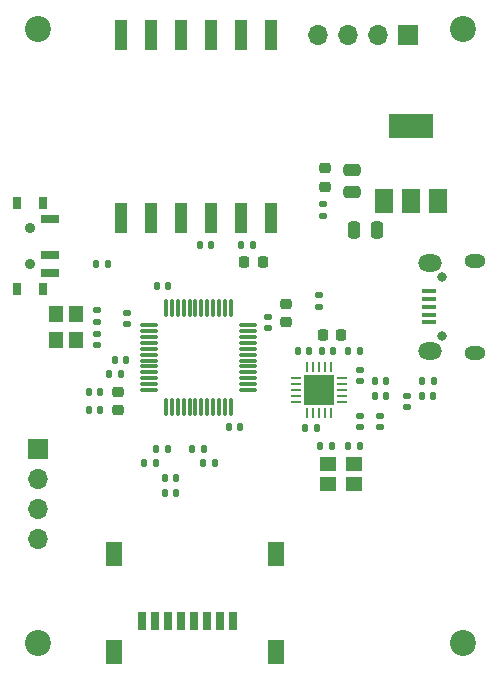
<source format=gbr>
%TF.GenerationSoftware,KiCad,Pcbnew,7.0.8*%
%TF.CreationDate,2023-11-06T16:26:03-06:00*%
%TF.ProjectId,KiCAD Design,4b694341-4420-4446-9573-69676e2e6b69,rev?*%
%TF.SameCoordinates,Original*%
%TF.FileFunction,Soldermask,Top*%
%TF.FilePolarity,Negative*%
%FSLAX46Y46*%
G04 Gerber Fmt 4.6, Leading zero omitted, Abs format (unit mm)*
G04 Created by KiCad (PCBNEW 7.0.8) date 2023-11-06 16:26:03*
%MOMM*%
%LPD*%
G01*
G04 APERTURE LIST*
G04 Aperture macros list*
%AMRoundRect*
0 Rectangle with rounded corners*
0 $1 Rounding radius*
0 $2 $3 $4 $5 $6 $7 $8 $9 X,Y pos of 4 corners*
0 Add a 4 corners polygon primitive as box body*
4,1,4,$2,$3,$4,$5,$6,$7,$8,$9,$2,$3,0*
0 Add four circle primitives for the rounded corners*
1,1,$1+$1,$2,$3*
1,1,$1+$1,$4,$5*
1,1,$1+$1,$6,$7*
1,1,$1+$1,$8,$9*
0 Add four rect primitives between the rounded corners*
20,1,$1+$1,$2,$3,$4,$5,0*
20,1,$1+$1,$4,$5,$6,$7,0*
20,1,$1+$1,$6,$7,$8,$9,0*
20,1,$1+$1,$8,$9,$2,$3,0*%
G04 Aperture macros list end*
%ADD10R,1.700000X1.700000*%
%ADD11O,1.700000X1.700000*%
%ADD12RoundRect,0.140000X-0.140000X-0.170000X0.140000X-0.170000X0.140000X0.170000X-0.140000X0.170000X0*%
%ADD13RoundRect,0.225000X0.225000X0.250000X-0.225000X0.250000X-0.225000X-0.250000X0.225000X-0.250000X0*%
%ADD14RoundRect,0.140000X0.140000X0.170000X-0.140000X0.170000X-0.140000X-0.170000X0.140000X-0.170000X0*%
%ADD15R,1.000000X2.500000*%
%ADD16R,1.500000X2.000000*%
%ADD17R,3.800000X2.000000*%
%ADD18RoundRect,0.135000X-0.135000X-0.185000X0.135000X-0.185000X0.135000X0.185000X-0.135000X0.185000X0*%
%ADD19RoundRect,0.135000X0.135000X0.185000X-0.135000X0.185000X-0.135000X-0.185000X0.135000X-0.185000X0*%
%ADD20C,2.200000*%
%ADD21RoundRect,0.250000X0.250000X0.475000X-0.250000X0.475000X-0.250000X-0.475000X0.250000X-0.475000X0*%
%ADD22R,1.200000X1.400000*%
%ADD23RoundRect,0.140000X0.170000X-0.140000X0.170000X0.140000X-0.170000X0.140000X-0.170000X-0.140000X0*%
%ADD24RoundRect,0.075000X-0.662500X-0.075000X0.662500X-0.075000X0.662500X0.075000X-0.662500X0.075000X0*%
%ADD25RoundRect,0.075000X-0.075000X-0.662500X0.075000X-0.662500X0.075000X0.662500X-0.075000X0.662500X0*%
%ADD26RoundRect,0.140000X-0.170000X0.140000X-0.170000X-0.140000X0.170000X-0.140000X0.170000X0.140000X0*%
%ADD27R,0.800000X1.500000*%
%ADD28R,1.450000X2.000000*%
%ADD29RoundRect,0.062500X-0.350000X-0.062500X0.350000X-0.062500X0.350000X0.062500X-0.350000X0.062500X0*%
%ADD30RoundRect,0.062500X-0.062500X-0.350000X0.062500X-0.350000X0.062500X0.350000X-0.062500X0.350000X0*%
%ADD31R,2.500000X2.500000*%
%ADD32RoundRect,0.147500X-0.147500X-0.172500X0.147500X-0.172500X0.147500X0.172500X-0.147500X0.172500X0*%
%ADD33R,0.800000X1.000000*%
%ADD34C,0.900000*%
%ADD35R,1.500000X0.700000*%
%ADD36RoundRect,0.147500X-0.172500X0.147500X-0.172500X-0.147500X0.172500X-0.147500X0.172500X0.147500X0*%
%ADD37RoundRect,0.218750X0.256250X-0.218750X0.256250X0.218750X-0.256250X0.218750X-0.256250X-0.218750X0*%
%ADD38RoundRect,0.218750X-0.256250X0.218750X-0.256250X-0.218750X0.256250X-0.218750X0.256250X0.218750X0*%
%ADD39RoundRect,0.250000X-0.475000X0.250000X-0.475000X-0.250000X0.475000X-0.250000X0.475000X0.250000X0*%
%ADD40R,1.400000X1.200000*%
%ADD41RoundRect,0.225000X-0.250000X0.225000X-0.250000X-0.225000X0.250000X-0.225000X0.250000X0.225000X0*%
%ADD42RoundRect,0.135000X-0.185000X0.135000X-0.185000X-0.135000X0.185000X-0.135000X0.185000X0.135000X0*%
%ADD43RoundRect,0.135000X0.185000X-0.135000X0.185000X0.135000X-0.185000X0.135000X-0.185000X-0.135000X0*%
%ADD44O,0.800000X0.800000*%
%ADD45R,1.300000X0.450000*%
%ADD46O,1.800000X1.150000*%
%ADD47O,2.000000X1.450000*%
%ADD48RoundRect,0.225000X-0.225000X-0.250000X0.225000X-0.250000X0.225000X0.250000X-0.225000X0.250000X0*%
G04 APERTURE END LIST*
D10*
%TO.C,J3*%
X146250000Y-107000000D03*
D11*
X146250000Y-109540000D03*
X146250000Y-112080000D03*
X146250000Y-114620000D03*
%TD*%
D12*
%TO.C,C30*%
X172540000Y-106780000D03*
X173500000Y-106780000D03*
%TD*%
D13*
%TO.C,C19*%
X165275000Y-91250000D03*
X163725000Y-91250000D03*
%TD*%
D14*
%TO.C,C22*%
X179750000Y-101280000D03*
X178790000Y-101280000D03*
%TD*%
D12*
%TO.C,C3*%
X156290000Y-93250000D03*
X157250000Y-93250000D03*
%TD*%
D15*
%TO.C,U4*%
X153300000Y-87500000D03*
X155840000Y-87500000D03*
X158380000Y-87500000D03*
X160920000Y-87500000D03*
X163460000Y-87500000D03*
X166000000Y-87500000D03*
X166000000Y-72000000D03*
X163460000Y-72000000D03*
X160920000Y-72000000D03*
X158380000Y-72000000D03*
X155840000Y-72000000D03*
X153300000Y-72000000D03*
%TD*%
D16*
%TO.C,U2*%
X175545000Y-86030000D03*
X177845000Y-86030000D03*
D17*
X177845000Y-79730000D03*
D16*
X180145000Y-86030000D03*
%TD*%
D18*
%TO.C,R1*%
X151150000Y-91400000D03*
X152170000Y-91400000D03*
%TD*%
D19*
%TO.C,R8*%
X156260000Y-108250000D03*
X155240000Y-108250000D03*
%TD*%
D20*
%TO.C,H1*%
X146250000Y-71500000D03*
%TD*%
D21*
%TO.C,C12*%
X174950000Y-88500000D03*
X173050000Y-88500000D03*
%TD*%
D22*
%TO.C,Y1*%
X147800000Y-95590000D03*
X147800000Y-97790000D03*
X149500000Y-97790000D03*
X149500000Y-95590000D03*
%TD*%
D14*
%TO.C,C6*%
X153250000Y-100675000D03*
X152290000Y-100675000D03*
%TD*%
D23*
%TO.C,C21*%
X175250000Y-105180000D03*
X175250000Y-104220000D03*
%TD*%
D24*
%TO.C,U1*%
X155675000Y-96550000D03*
X155675000Y-97050000D03*
X155675000Y-97550000D03*
X155675000Y-98050000D03*
X155675000Y-98550000D03*
X155675000Y-99050000D03*
X155675000Y-99550000D03*
X155675000Y-100050000D03*
X155675000Y-100550000D03*
X155675000Y-101050000D03*
X155675000Y-101550000D03*
X155675000Y-102050000D03*
D25*
X157087500Y-103462500D03*
X157587500Y-103462500D03*
X158087500Y-103462500D03*
X158587500Y-103462500D03*
X159087500Y-103462500D03*
X159587500Y-103462500D03*
X160087500Y-103462500D03*
X160587500Y-103462500D03*
X161087500Y-103462500D03*
X161587500Y-103462500D03*
X162087500Y-103462500D03*
X162587500Y-103462500D03*
D24*
X164000000Y-102050000D03*
X164000000Y-101550000D03*
X164000000Y-101050000D03*
X164000000Y-100550000D03*
X164000000Y-100050000D03*
X164000000Y-99550000D03*
X164000000Y-99050000D03*
X164000000Y-98550000D03*
X164000000Y-98050000D03*
X164000000Y-97550000D03*
X164000000Y-97050000D03*
X164000000Y-96550000D03*
D25*
X162587500Y-95137500D03*
X162087500Y-95137500D03*
X161587500Y-95137500D03*
X161087500Y-95137500D03*
X160587500Y-95137500D03*
X160087500Y-95137500D03*
X159587500Y-95137500D03*
X159087500Y-95137500D03*
X158587500Y-95137500D03*
X158087500Y-95137500D03*
X157587500Y-95137500D03*
X157087500Y-95137500D03*
%TD*%
D26*
%TO.C,C2*%
X165750000Y-95840000D03*
X165750000Y-96800000D03*
%TD*%
D10*
%TO.C,J2*%
X177550000Y-72000000D03*
D11*
X175010000Y-72000000D03*
X172470000Y-72000000D03*
X169930000Y-72000000D03*
%TD*%
D27*
%TO.C,J5*%
X162750000Y-121627500D03*
X161650000Y-121627500D03*
X160550000Y-121627500D03*
X159450000Y-121627500D03*
X158350000Y-121627500D03*
X157250000Y-121627500D03*
X156150000Y-121627500D03*
X155050000Y-121627500D03*
D28*
X166425000Y-124227500D03*
X166425000Y-115927500D03*
X152675000Y-124227500D03*
X152675000Y-115927500D03*
%TD*%
D29*
%TO.C,U5*%
X168125000Y-101030000D03*
X168125000Y-101530000D03*
X168125000Y-102030000D03*
X168125000Y-102530000D03*
X168125000Y-103030000D03*
D30*
X169062500Y-103967500D03*
X169562500Y-103967500D03*
X170062500Y-103967500D03*
X170562500Y-103967500D03*
X171062500Y-103967500D03*
D29*
X172000000Y-103030000D03*
X172000000Y-102530000D03*
X172000000Y-102030000D03*
X172000000Y-101530000D03*
X172000000Y-101030000D03*
D30*
X171062500Y-100092500D03*
X170562500Y-100092500D03*
X170062500Y-100092500D03*
X169562500Y-100092500D03*
X169062500Y-100092500D03*
D31*
X170062500Y-102030000D03*
%TD*%
D32*
%TO.C,L3*%
X174780000Y-101280000D03*
X175750000Y-101280000D03*
%TD*%
D33*
%TO.C,SW1*%
X146650000Y-86200000D03*
X144440000Y-86200000D03*
D34*
X145540000Y-88350000D03*
X145540000Y-91350000D03*
D33*
X146650000Y-93500000D03*
X144440000Y-93500000D03*
D35*
X147300000Y-87600000D03*
X147300000Y-90600000D03*
X147300000Y-92100000D03*
%TD*%
D12*
%TO.C,C24*%
X170290000Y-98780000D03*
X171250000Y-98780000D03*
%TD*%
D19*
%TO.C,R9*%
X160280000Y-107000000D03*
X159260000Y-107000000D03*
%TD*%
D12*
%TO.C,C26*%
X168890000Y-105280000D03*
X169850000Y-105280000D03*
%TD*%
D14*
%TO.C,C31*%
X157950000Y-110750000D03*
X156990000Y-110750000D03*
%TD*%
%TO.C,C9*%
X153730000Y-99500000D03*
X152770000Y-99500000D03*
%TD*%
D12*
%TO.C,C17*%
X159960000Y-89750000D03*
X160920000Y-89750000D03*
%TD*%
D14*
%TO.C,C8*%
X151500000Y-103750000D03*
X150540000Y-103750000D03*
%TD*%
D26*
%TO.C,C11*%
X151250000Y-97290000D03*
X151250000Y-98250000D03*
%TD*%
D36*
%TO.C,L1*%
X177500000Y-102530000D03*
X177500000Y-103500000D03*
%TD*%
D37*
%TO.C,D1*%
X170595000Y-84855000D03*
X170595000Y-83280000D03*
%TD*%
D38*
%TO.C,FB1*%
X153000000Y-102175000D03*
X153000000Y-103750000D03*
%TD*%
D14*
%TO.C,C28*%
X169210000Y-98780000D03*
X168250000Y-98780000D03*
%TD*%
D20*
%TO.C,H3*%
X146250000Y-123500000D03*
%TD*%
D23*
%TO.C,C20*%
X173500000Y-105180000D03*
X173500000Y-104220000D03*
%TD*%
D32*
%TO.C,L2*%
X174780000Y-102530000D03*
X175750000Y-102530000D03*
%TD*%
D39*
%TO.C,C13*%
X172845000Y-83380000D03*
X172845000Y-85280000D03*
%TD*%
D14*
%TO.C,C32*%
X157950000Y-109500000D03*
X156990000Y-109500000D03*
%TD*%
D40*
%TO.C,Y2*%
X170800000Y-109980000D03*
X173000000Y-109980000D03*
X173000000Y-108280000D03*
X170800000Y-108280000D03*
%TD*%
D23*
%TO.C,C4*%
X153800000Y-96480000D03*
X153800000Y-95520000D03*
%TD*%
D20*
%TO.C,H2*%
X182250000Y-71500000D03*
%TD*%
D14*
%TO.C,C29*%
X171110000Y-106780000D03*
X170150000Y-106780000D03*
%TD*%
%TO.C,C7*%
X151500000Y-102250000D03*
X150540000Y-102250000D03*
%TD*%
D18*
%TO.C,R7*%
X156250000Y-107000000D03*
X157270000Y-107000000D03*
%TD*%
D14*
%TO.C,C1*%
X163360000Y-105200000D03*
X162400000Y-105200000D03*
%TD*%
D41*
%TO.C,C5*%
X167250000Y-94725000D03*
X167250000Y-96275000D03*
%TD*%
D42*
%TO.C,R2*%
X170050000Y-93980000D03*
X170050000Y-95000000D03*
%TD*%
D20*
%TO.C,H4*%
X182250000Y-123500000D03*
%TD*%
D23*
%TO.C,C10*%
X151250000Y-96255000D03*
X151250000Y-95295000D03*
%TD*%
D18*
%TO.C,R6*%
X172480000Y-98780000D03*
X173500000Y-98780000D03*
%TD*%
D43*
%TO.C,R3*%
X170345000Y-87280000D03*
X170345000Y-86260000D03*
%TD*%
D26*
%TO.C,C25*%
X173500000Y-100320000D03*
X173500000Y-101280000D03*
%TD*%
D14*
%TO.C,C18*%
X164420000Y-89750000D03*
X163460000Y-89750000D03*
%TD*%
D18*
%TO.C,R10*%
X160240000Y-108250000D03*
X161260000Y-108250000D03*
%TD*%
D14*
%TO.C,C23*%
X179730000Y-102530000D03*
X178770000Y-102530000D03*
%TD*%
D44*
%TO.C,J1*%
X180500000Y-97505000D03*
X180500000Y-92505000D03*
D45*
X179400000Y-96305000D03*
X179400000Y-95655000D03*
X179400000Y-95005000D03*
X179400000Y-94355000D03*
X179400000Y-93705000D03*
D46*
X183250000Y-98880000D03*
D47*
X179450000Y-98730000D03*
X179450000Y-91280000D03*
D46*
X183250000Y-91130000D03*
%TD*%
D48*
%TO.C,C27*%
X170375000Y-97400000D03*
X171925000Y-97400000D03*
%TD*%
M02*

</source>
